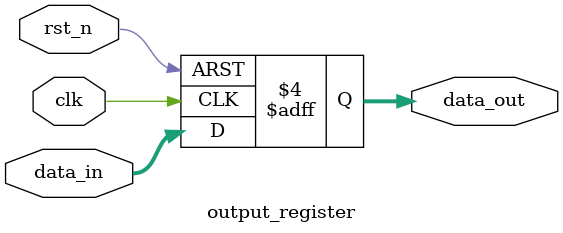
<source format=sv>
module fsm_converter #(parameter S_WIDTH = 4) (
    input  wire                           clk,
    input  wire                           rst_n,
    input  wire [S_WIDTH-1:0]             state_in,
    output wire [(1<<S_WIDTH)-1:0]        state_one_hot
);

    // Stage 1: Input Register
    wire [S_WIDTH-1:0] state_in_reg_out;

    input_register #(
        .WIDTH(S_WIDTH)
    ) u_input_register (
        .clk        (clk),
        .rst_n      (rst_n),
        .data_in    (state_in),
        .data_out   (state_in_reg_out)
    );

    // Stage 2: One-hot Encoder (combinational)
    wire [(1<<S_WIDTH)-1:0] one_hot_code;

    one_hot_encoder #(
        .WIDTH(S_WIDTH)
    ) u_one_hot_encoder (
        .binary_in  (state_in_reg_out),
        .one_hot_out(one_hot_code)
    );

    // Stage 3: Output Register
    output_register #(
        .WIDTH((1<<S_WIDTH))
    ) u_output_register (
        .clk        (clk),
        .rst_n      (rst_n),
        .data_in    (one_hot_code),
        .data_out   (state_one_hot)
    );

endmodule

// -----------------------------------------------------------------------------
// Input Register Submodule
// Pipeline stage 1: Registers the input binary state.
// -----------------------------------------------------------------------------
module input_register #(parameter WIDTH = 4) (
    input  wire             clk,
    input  wire             rst_n,
    input  wire [WIDTH-1:0] data_in,
    output reg  [WIDTH-1:0] data_out
);
    always @(posedge clk or negedge rst_n) begin
        if (!rst_n)
            data_out <= {WIDTH{1'b0}};
        else
            data_out <= data_in;
    end
endmodule

// -----------------------------------------------------------------------------
// One-hot Encoder Submodule (Combinational)
// Converts a binary input to a one-hot code.
// -----------------------------------------------------------------------------
module one_hot_encoder #(parameter WIDTH = 4) (
    input  wire [WIDTH-1:0]      binary_in,
    output reg  [(1<<WIDTH)-1:0] one_hot_out
);
    integer i;
    always @(*) begin
        for (i = 0; i < (1<<WIDTH); i = i + 1) begin
            one_hot_out[i] = (i == binary_in) ? 1'b1 : 1'b0;
        end
    end
endmodule

// -----------------------------------------------------------------------------
// Output Register Submodule
// Pipeline stage 3: Registers the one-hot output.
// -----------------------------------------------------------------------------
module output_register #(parameter WIDTH = 16) (
    input  wire         clk,
    input  wire         rst_n,
    input  wire [WIDTH-1:0] data_in,
    output reg  [WIDTH-1:0] data_out
);
    always @(posedge clk or negedge rst_n) begin
        if (!rst_n)
            data_out <= {WIDTH{1'b0}};
        else
            data_out <= data_in;
    end
endmodule
</source>
